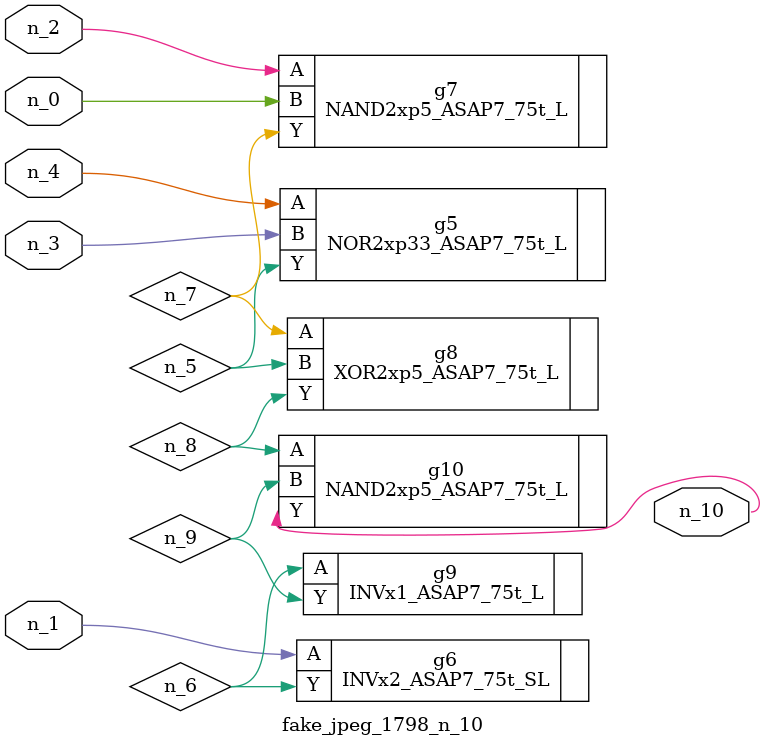
<source format=v>
module fake_jpeg_1798_n_10 (n_3, n_2, n_1, n_0, n_4, n_10);

input n_3;
input n_2;
input n_1;
input n_0;
input n_4;

output n_10;

wire n_8;
wire n_9;
wire n_6;
wire n_5;
wire n_7;

NOR2xp33_ASAP7_75t_L g5 ( 
.A(n_4),
.B(n_3),
.Y(n_5)
);

INVx2_ASAP7_75t_SL g6 ( 
.A(n_1),
.Y(n_6)
);

NAND2xp5_ASAP7_75t_L g7 ( 
.A(n_2),
.B(n_0),
.Y(n_7)
);

XOR2xp5_ASAP7_75t_L g8 ( 
.A(n_7),
.B(n_5),
.Y(n_8)
);

NAND2xp5_ASAP7_75t_L g10 ( 
.A(n_8),
.B(n_9),
.Y(n_10)
);

INVx1_ASAP7_75t_L g9 ( 
.A(n_6),
.Y(n_9)
);


endmodule
</source>
